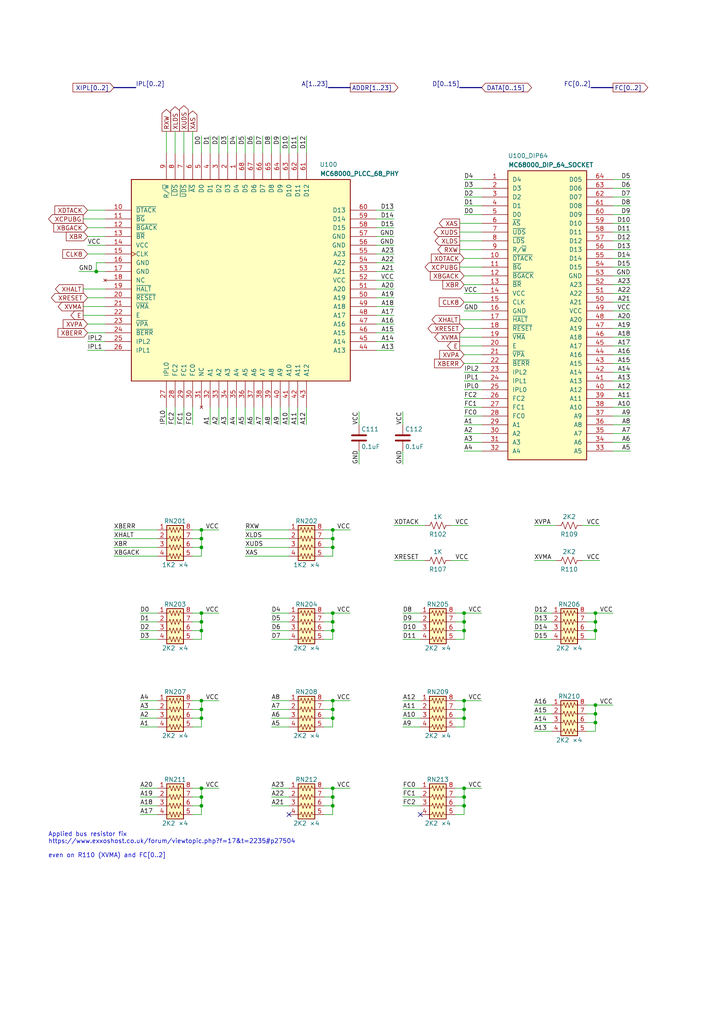
<source format=kicad_sch>
(kicad_sch (version 20211123) (generator eeschema)
  (paper "A4" portrait)
  (title_block (title "ReSTe mignon") (date "2022-07-13") (rev "mk0-0.1") (company "David SPORN") (comment 2 "original repository : https://github.com/sporniket/reste-mignon") (comment 4 "A remake of the Atari STe with some fixes applied and a target size of 25×18cm (B5)"))
  (lib_symbols
    (symbol "Device:C" (pin_numbers hide) (pin_names (offset 0.254))
      (property "Reference" "C" (at 0.635 2.54 0))
      (property "Value" "C" (at 0.635 -2.54 0))
      (symbol "C_0_1"
        (polyline (pts (xy -2.032 -0.762) (xy 2.032 -0.762)) (stroke (width 0.508)))
        (polyline (pts (xy -2.032 0.762) (xy 2.032 0.762)) (stroke (width 0.508)))
      )
      (symbol "C_1_1"
        (pin passive line (at 0 3.81 270) (length 2.794) (name "~") (number "1"))
        (pin passive line (at 0 -3.81 90) (length 2.794) (name "~") (number "2"))
      )
    )
    (symbol "Device:R_US" (pin_numbers hide) (pin_names (offset 0))
      (property "Reference" "R" (at 2.54 0 90))
      (property "Value" "R_US" (at -2.54 0 90))
      (symbol "R_US_0_1"
        (polyline (pts (xy 0 -2.286) (xy 0 -2.54)))
        (polyline (pts (xy 0 2.286) (xy 0 2.54)))
        (polyline (pts (xy 0 -0.762) (xy 1.016 -1.143) (xy 0 -1.524) (xy -1.016 -1.905) (xy 0 -2.286)))
        (polyline (pts (xy 0 0.762) (xy 1.016 0.381) (xy 0 0) (xy -1.016 -0.381) (xy 0 -0.762)))
        (polyline (pts (xy 0 2.286) (xy 1.016 1.905) (xy 0 1.524) (xy -1.016 1.143) (xy 0 0.762)))
      )
      (symbol "R_US_1_1"
        (pin passive line (at 0 3.81 270) (length 1.27) (name "~") (number "1"))
        (pin passive line (at 0 -3.81 90) (length 1.27) (name "~") (number "2"))
      )
    )
    (symbol "custom_passives:R_Pack04_US" (pin_names (offset 0) hide)
      (property "Reference" "RN" (at -7.62 0 90))
      (property "Value" "R_Pack04_US" (at 5.08 0 90))
      (symbol "R_Pack04_US_0_1"
        (rectangle (start -6.35 -2.413) (end 3.81 2.413) (stroke (width 0.254)) (fill (type background)))
        (polyline (pts (xy -5.08 -2.54) (xy -5.08 -1.905)))
        (polyline (pts (xy -5.08 1.905) (xy -5.08 2.54)))
        (polyline (pts (xy -2.54 -2.54) (xy -2.54 -1.905)))
        (polyline (pts (xy -2.54 1.905) (xy -2.54 2.54)))
        (polyline (pts (xy 0 -2.54) (xy 0 -1.905)))
        (polyline (pts (xy 0 1.905) (xy 0 2.54)))
        (polyline (pts (xy 2.54 -2.54) (xy 2.54 -1.905)))
        (polyline (pts (xy 2.54 1.905) (xy 2.54 2.54)))
        (polyline (pts (xy -5.08 -1.778) (xy -5.842 -1.524) (xy -4.318 -1.016) (xy -5.842 -0.508) (xy -4.318 0) (xy -5.842 0.508) (xy -4.318 1.016) (xy -5.842 1.524) (xy -5.08 1.778)))
        (polyline (pts (xy -2.54 -1.778) (xy -3.302 -1.524) (xy -1.778 -1.016) (xy -3.302 -0.508) (xy -1.778 0) (xy -3.302 0.508) (xy -1.778 1.016) (xy -3.302 1.524) (xy -2.54 1.778)))
      )
      (symbol "R_Pack04_US_1_1"
        (polyline (pts (xy 0 -1.778) (xy -0.762 -1.524) (xy 0.762 -1.016) (xy -0.762 -0.508) (xy 0.762 0) (xy -0.762 0.508) (xy 0.762 1.016) (xy -0.762 1.524) (xy 0 1.778)))
        (polyline (pts (xy 2.54 -1.778) (xy 1.778 -1.524) (xy 3.302 -1.016) (xy 1.778 -0.508) (xy 3.302 0) (xy 1.778 0.508) (xy 3.302 1.016) (xy 1.778 1.524) (xy 2.54 1.778)))
        (pin passive line (at -5.08 -5.08 90) (length 2.54) (name "R1.1") (number "1"))
        (pin passive line (at -2.54 -5.08 90) (length 2.54) (name "R2.1") (number "2"))
        (pin passive line (at 0 -5.08 90) (length 2.54) (name "R3.1") (number "3"))
        (pin passive line (at 2.54 -5.08 90) (length 2.54) (name "R4.1") (number "4"))
        (pin passive line (at 2.54 5.08 270) (length 2.54) (name "R4.2") (number "5"))
        (pin passive line (at 0 5.08 270) (length 2.54) (name "R3.2") (number "6"))
        (pin passive line (at -2.54 5.08 270) (length 2.54) (name "R2.2") (number "7"))
        (pin passive line (at -5.08 5.08 270) (length 2.54) (name "R1.2") (number "8"))
      )
    )
    (symbol "mc_68000_dip64:MC68000_DIP_64_SOCKET" (pin_names (offset 1.27))
      (property "Reference" "U" (at -11.43 46.99 0))
      (property "Value" "MC68000_DIP_64_SOCKET" (at -11.43 44.45 0))
      (symbol "MC68000_DIP_64_SOCKET_0_0"
        (rectangle (start -11.43 41.91) (end 11.43 -41.91) (stroke (width 0.254)) (fill (type background)))
        (pin passive line (at -19.05 39.37 0) (length 7.62) (name "D4") (number "1"))
        (pin passive line (at -19.05 16.51 0) (length 7.62) (name "~{DTACK}") (number "10"))
        (pin passive line (at -19.05 13.97 0) (length 7.62) (name "~{BG}") (number "11"))
        (pin passive line (at -19.05 11.43 0) (length 7.62) (name "~{BGACK}") (number "12"))
        (pin passive line (at -19.05 8.89 0) (length 7.62) (name "~{BR}") (number "13"))
        (pin passive line (at -19.05 6.35 0) (length 7.62) (name "VCC") (number "14"))
        (pin passive line (at -19.05 3.81 0) (length 7.62) (name "CLK") (number "15"))
        (pin passive line (at -19.05 1.27 0) (length 7.62) (name "GND") (number "16"))
        (pin passive line (at -19.05 -1.27 0) (length 7.62) (name "~{HALT}") (number "17"))
        (pin passive line (at -19.05 -3.81 0) (length 7.62) (name "~{RESET}") (number "18"))
        (pin passive line (at -19.05 -6.35 0) (length 7.62) (name "~{VMA}") (number "19"))
        (pin passive line (at -19.05 36.83 0) (length 7.62) (name "D3") (number "2"))
        (pin passive line (at -19.05 -8.89 0) (length 7.62) (name "E") (number "20"))
        (pin passive line (at -19.05 -11.43 0) (length 7.62) (name "~{VPA}") (number "21"))
        (pin passive line (at -19.05 -13.97 0) (length 7.62) (name "~{BERR}") (number "22"))
        (pin passive line (at -19.05 -16.51 0) (length 7.62) (name "IPL2") (number "23"))
        (pin passive line (at -19.05 -19.05 0) (length 7.62) (name "IPL1") (number "24"))
        (pin passive line (at -19.05 -21.59 0) (length 7.62) (name "IPL0") (number "25"))
        (pin passive line (at -19.05 -24.13 0) (length 7.62) (name "FC2") (number "26"))
        (pin passive line (at -19.05 -26.67 0) (length 7.62) (name "FC1") (number "27"))
        (pin passive line (at -19.05 -29.21 0) (length 7.62) (name "FC0") (number "28"))
        (pin passive line (at -19.05 -31.75 0) (length 7.62) (name "A1") (number "29"))
        (pin passive line (at -19.05 34.29 0) (length 7.62) (name "D2") (number "3"))
        (pin passive line (at -19.05 -34.29 0) (length 7.62) (name "A2") (number "30"))
        (pin passive line (at -19.05 -36.83 0) (length 7.62) (name "A3") (number "31"))
        (pin passive line (at -19.05 -39.37 0) (length 7.62) (name "A4") (number "32"))
        (pin passive line (at 19.05 -39.37 180) (length 7.62) (name "A5") (number "33"))
        (pin passive line (at 19.05 -36.83 180) (length 7.62) (name "A6") (number "34"))
        (pin passive line (at 19.05 -34.29 180) (length 7.62) (name "A7") (number "35"))
        (pin passive line (at 19.05 -31.75 180) (length 7.62) (name "A8") (number "36"))
        (pin passive line (at 19.05 -29.21 180) (length 7.62) (name "A9") (number "37"))
        (pin passive line (at 19.05 -26.67 180) (length 7.62) (name "A10") (number "38"))
        (pin passive line (at 19.05 -24.13 180) (length 7.62) (name "A11") (number "39"))
        (pin passive line (at -19.05 31.75 0) (length 7.62) (name "D1") (number "4"))
        (pin passive line (at 19.05 -21.59 180) (length 7.62) (name "A12") (number "40"))
        (pin passive line (at 19.05 -19.05 180) (length 7.62) (name "A13") (number "41"))
        (pin passive line (at 19.05 -16.51 180) (length 7.62) (name "A14") (number "42"))
        (pin passive line (at 19.05 -13.97 180) (length 7.62) (name "A15") (number "43"))
        (pin passive line (at 19.05 -11.43 180) (length 7.62) (name "A16") (number "44"))
        (pin passive line (at 19.05 -8.89 180) (length 7.62) (name "A17") (number "45"))
        (pin passive line (at 19.05 -6.35 180) (length 7.62) (name "A18") (number "46"))
        (pin passive line (at 19.05 -3.81 180) (length 7.62) (name "A19") (number "47"))
        (pin passive line (at 19.05 -1.27 180) (length 7.62) (name "A20") (number "48"))
        (pin passive line (at 19.05 1.27 180) (length 7.62) (name "VCC") (number "49"))
        (pin passive line (at -19.05 29.21 0) (length 7.62) (name "D0") (number "5"))
        (pin passive line (at 19.05 3.81 180) (length 7.62) (name "A21") (number "50"))
        (pin passive line (at 19.05 6.35 180) (length 7.62) (name "A22") (number "51"))
        (pin passive line (at 19.05 8.89 180) (length 7.62) (name "A23") (number "52"))
        (pin passive line (at 19.05 11.43 180) (length 7.62) (name "GND") (number "53"))
        (pin passive line (at 19.05 13.97 180) (length 7.62) (name "D15") (number "54"))
        (pin passive line (at 19.05 16.51 180) (length 7.62) (name "D14") (number "55"))
        (pin passive line (at 19.05 19.05 180) (length 7.62) (name "D13") (number "56"))
        (pin passive line (at 19.05 21.59 180) (length 7.62) (name "D12") (number "57"))
        (pin passive line (at 19.05 24.13 180) (length 7.62) (name "D11") (number "58"))
        (pin passive line (at 19.05 26.67 180) (length 7.62) (name "D10") (number "59"))
        (pin passive line (at -19.05 26.67 0) (length 7.62) (name "~{AS}") (number "6"))
        (pin passive line (at 19.05 29.21 180) (length 7.62) (name "D09") (number "60"))
        (pin passive line (at 19.05 31.75 180) (length 7.62) (name "D08") (number "61"))
        (pin passive line (at 19.05 34.29 180) (length 7.62) (name "D07") (number "62"))
        (pin passive line (at 19.05 36.83 180) (length 7.62) (name "D06") (number "63"))
        (pin passive line (at 19.05 39.37 180) (length 7.62) (name "D05") (number "64"))
        (pin passive line (at -19.05 24.13 0) (length 7.62) (name "~{UDS}") (number "7"))
        (pin passive line (at -19.05 21.59 0) (length 7.62) (name "~{LDS}") (number "8"))
        (pin passive line (at -19.05 19.05 0) (length 7.62) (name "R/~{W}") (number "9"))
      )
    )
    (symbol "mc_68000_plcc68:MC68000_PLCC_68_PHY" (pin_names (offset 1.27))
      (property "Reference" "U" (at 22.86 34.29 0))
      (property "Value" "MC68000_PLCC_68_PHY" (at 22.86 31.75 0))
      (symbol "MC68000_PLCC_68_PHY_0_0"
        (rectangle (start -31.75 29.21) (end 31.75 -29.21) (stroke (width 0.254)) (fill (type background)))
        (pin bidirectional line (at -1.27 36.83 270) (length 7.62) (name "D4") (number "1"))
        (pin input line (at -39.37 20.32 0) (length 7.62) (name "~{DTACK}") (number "10"))
        (pin output line (at -39.37 17.78 0) (length 7.62) (name "~{BG}") (number "11"))
        (pin input line (at -39.37 15.24 0) (length 7.62) (name "~{BGACK}") (number "12"))
        (pin input line (at -39.37 12.7 0) (length 7.62) (name "~{BR}") (number "13"))
        (pin power_in line (at -39.37 10.16 0) (length 7.62) (name "VCC") (number "14"))
        (pin input clock (at -39.37 7.62 0) (length 7.62) (name "CLK") (number "15"))
        (pin power_in line (at -39.37 5.08 0) (length 7.62) (name "GND") (number "16"))
        (pin power_in line (at -39.37 2.54 0) (length 7.62) (name "GND") (number "17"))
        (pin no_connect line (at -39.37 0 0) (length 7.62) (name "NC") (number "18"))
        (pin bidirectional line (at -39.37 -2.54 0) (length 7.62) (name "~{HALT}") (number "19"))
        (pin bidirectional line (at -3.81 36.83 270) (length 7.62) (name "D3") (number "2"))
        (pin bidirectional line (at -39.37 -5.08 0) (length 7.62) (name "~{RESET}") (number "20"))
        (pin output line (at -39.37 -7.62 0) (length 7.62) (name "~{VMA}") (number "21"))
        (pin output line (at -39.37 -10.16 0) (length 7.62) (name "E") (number "22"))
        (pin input line (at -39.37 -12.7 0) (length 7.62) (name "~{VPA}") (number "23"))
        (pin input line (at -39.37 -15.24 0) (length 7.62) (name "~{BERR}") (number "24"))
        (pin input line (at -39.37 -17.78 0) (length 7.62) (name "IPL2") (number "25"))
        (pin input line (at -39.37 -20.32 0) (length 7.62) (name "IPL1") (number "26"))
        (pin input line (at -21.59 -36.83 90) (length 7.62) (name "IPL0") (number "27"))
        (pin tri_state line (at -19.05 -36.83 90) (length 7.62) (name "FC2") (number "28"))
        (pin tri_state line (at -16.51 -36.83 90) (length 7.62) (name "FC1") (number "29"))
        (pin bidirectional line (at -6.35 36.83 270) (length 7.62) (name "D2") (number "3"))
        (pin tri_state line (at -13.97 -36.83 90) (length 7.62) (name "FC0") (number "30"))
        (pin no_connect line (at -11.43 -36.83 90) (length 7.62) (name "NC") (number "31"))
        (pin output line (at -8.89 -36.83 90) (length 7.62) (name "A1") (number "32"))
        (pin output line (at -6.35 -36.83 90) (length 7.62) (name "A2") (number "33"))
        (pin output line (at -3.81 -36.83 90) (length 7.62) (name "A3") (number "34"))
        (pin output line (at -1.27 -36.83 90) (length 7.62) (name "A4") (number "35"))
        (pin output line (at 1.27 -36.83 90) (length 7.62) (name "A5") (number "36"))
        (pin output line (at 3.81 -36.83 90) (length 7.62) (name "A6") (number "37"))
        (pin output line (at 6.35 -36.83 90) (length 7.62) (name "A7") (number "38"))
        (pin output line (at 8.89 -36.83 90) (length 7.62) (name "A8") (number "39"))
        (pin bidirectional line (at -8.89 36.83 270) (length 7.62) (name "D1") (number "4"))
        (pin output line (at 11.43 -36.83 90) (length 7.62) (name "A9") (number "40"))
        (pin output line (at 13.97 -36.83 90) (length 7.62) (name "A10") (number "41"))
        (pin output line (at 16.51 -36.83 90) (length 7.62) (name "A11") (number "42"))
        (pin output line (at 19.05 -36.83 90) (length 7.62) (name "A12") (number "43"))
        (pin output line (at 39.37 -20.32 180) (length 7.62) (name "A13") (number "44"))
        (pin output line (at 39.37 -17.78 180) (length 7.62) (name "A14") (number "45"))
        (pin output line (at 39.37 -15.24 180) (length 7.62) (name "A15") (number "46"))
        (pin output line (at 39.37 -12.7 180) (length 7.62) (name "A16") (number "47"))
        (pin output line (at 39.37 -10.16 180) (length 7.62) (name "A17") (number "48"))
        (pin output line (at 39.37 -7.62 180) (length 7.62) (name "A18") (number "49"))
        (pin bidirectional line (at -11.43 36.83 270) (length 7.62) (name "D0") (number "5"))
        (pin output line (at 39.37 -5.08 180) (length 7.62) (name "A19") (number "50"))
        (pin output line (at 39.37 -2.54 180) (length 7.62) (name "A20") (number "51"))
        (pin power_in line (at 39.37 0 180) (length 7.62) (name "VCC") (number "52"))
        (pin output line (at 39.37 2.54 180) (length 7.62) (name "A21") (number "53"))
        (pin output line (at 39.37 5.08 180) (length 7.62) (name "A22") (number "54"))
        (pin output line (at 39.37 7.62 180) (length 7.62) (name "A23") (number "55"))
        (pin power_in line (at 39.37 10.16 180) (length 7.62) (name "GND") (number "56"))
        (pin power_in line (at 39.37 12.7 180) (length 7.62) (name "GND") (number "57"))
        (pin bidirectional line (at 39.37 15.24 180) (length 7.62) (name "D15") (number "58"))
        (pin bidirectional line (at 39.37 17.78 180) (length 7.62) (name "D14") (number "59"))
        (pin tri_state line (at -13.97 36.83 270) (length 7.62) (name "~{AS}") (number "6"))
        (pin bidirectional line (at 39.37 20.32 180) (length 7.62) (name "D13") (number "60"))
        (pin bidirectional line (at 19.05 36.83 270) (length 7.62) (name "D12") (number "61"))
        (pin bidirectional line (at 16.51 36.83 270) (length 7.62) (name "D11") (number "62"))
        (pin bidirectional line (at 13.97 36.83 270) (length 7.62) (name "D10") (number "63"))
        (pin bidirectional line (at 11.43 36.83 270) (length 7.62) (name "D9") (number "64"))
        (pin bidirectional line (at 8.89 36.83 270) (length 7.62) (name "D8") (number "65"))
        (pin bidirectional line (at 6.35 36.83 270) (length 7.62) (name "D7") (number "66"))
        (pin bidirectional line (at 3.81 36.83 270) (length 7.62) (name "D6") (number "67"))
        (pin bidirectional line (at 1.27 36.83 270) (length 7.62) (name "D5") (number "68"))
        (pin tri_state line (at -16.51 36.83 270) (length 7.62) (name "~{UDS}") (number "7"))
        (pin tri_state line (at -19.05 36.83 270) (length 7.62) (name "~{LDS}") (number "8"))
        (pin tri_state line (at -21.59 36.83 270) (length 7.62) (name "R/~{W}") (number "9"))
      )
    )
  )
  (junction (at 58.42 153.67))
  (junction (at 134.62 228.6))
  (junction (at 58.42 208.28))
  (junction (at 172.72 209.55))
  (junction (at 96.52 180.34))
  (junction (at 134.62 180.34))
  (junction (at 96.52 233.68))
  (junction (at 58.42 180.34))
  (junction (at 172.72 207.01))
  (junction (at 58.42 231.14))
  (junction (at 58.42 182.88))
  (junction (at 58.42 156.21))
  (junction (at 134.62 205.74))
  (junction (at 96.52 208.28))
  (junction (at 96.52 156.21))
  (junction (at 96.52 182.88))
  (junction (at 96.52 177.8))
  (junction (at 58.42 158.75))
  (junction (at 96.52 203.2))
  (junction (at 172.72 177.8))
  (junction (at 58.42 205.74))
  (junction (at 134.62 182.88))
  (junction (at 172.72 182.88))
  (junction (at 58.42 203.2))
  (junction (at 134.62 203.2))
  (junction (at 134.62 233.68))
  (junction (at 134.62 177.8))
  (junction (at 96.52 231.14))
  (junction (at 27.94 78.74))
  (junction (at 96.52 205.74))
  (junction (at 58.42 228.6))
  (junction (at 96.52 153.67))
  (junction (at 172.72 180.34))
  (junction (at 134.62 231.14))
  (junction (at 96.52 158.75))
  (junction (at 96.52 228.6))
  (junction (at 172.72 204.47))
  (junction (at 58.42 177.8))
  (junction (at 58.42 233.68))
  (junction (at 134.62 208.28))
  (no_connect (at 83.82 236.22))
  (no_connect (at 121.92 236.22))
  (wire (pts (xy 55.88 158.75) (xy 58.42 158.75)))
  (wire (pts (xy 63.5 39.37) (xy 63.5 44.45)))
  (wire (pts (xy 93.98 182.88) (xy 96.52 182.88)))
  (wire (pts (xy 168.91 162.56) (xy 173.99 162.56)))
  (wire (pts (xy 109.22 101.6) (xy 114.3 101.6)))
  (wire (pts (xy 109.22 96.52) (xy 114.3 96.52)))
  (wire (pts (xy 123.19 162.56) (xy 114.3 162.56)))
  (wire (pts (xy 134.62 185.42) (xy 134.62 182.88)))
  (wire (pts (xy 76.2 39.37) (xy 76.2 44.45)))
  (wire (pts (xy 78.74 39.37) (xy 78.74 44.45)))
  (wire (pts (xy 30.48 66.04) (xy 25.4 66.04)))
  (wire (pts (xy 170.18 212.09) (xy 172.72 212.09)))
  (wire (pts (xy 55.88 118.11) (xy 55.88 123.19)))
  (wire (pts (xy 25.4 93.98) (xy 30.48 93.98)))
  (wire (pts (xy 58.42 161.29) (xy 58.42 158.75)))
  (wire (pts (xy 182.88 64.77) (xy 177.8 64.77)))
  (wire (pts (xy 78.74 177.8) (xy 83.82 177.8)))
  (wire (pts (xy 73.66 39.37) (xy 73.66 44.45)))
  (wire (pts (xy 182.88 52.07) (xy 177.8 52.07)))
  (wire (pts (xy 182.88 67.31) (xy 177.8 67.31)))
  (wire (pts (xy 172.72 180.34) (xy 172.72 177.8)))
  (wire (pts (xy 78.74 205.74) (xy 83.82 205.74)))
  (wire (pts (xy 58.42 233.68) (xy 58.42 231.14)))
  (wire (pts (xy 55.88 182.88) (xy 58.42 182.88)))
  (wire (pts (xy 116.84 205.74) (xy 121.92 205.74)))
  (wire (pts (xy 40.64 208.28) (xy 45.72 208.28)))
  (wire (pts (xy 134.62 182.88) (xy 134.62 180.34)))
  (wire (pts (xy 48.26 118.11) (xy 48.26 123.19)))
  (wire (pts (xy 86.36 118.11) (xy 86.36 123.19)))
  (wire (pts (xy 139.7 123.19) (xy 134.62 123.19)))
  (wire (pts (xy 55.88 236.22) (xy 58.42 236.22)))
  (wire (pts (xy 40.64 185.42) (xy 45.72 185.42)))
  (wire (pts (xy 116.84 203.2) (xy 121.92 203.2)))
  (wire (pts (xy 154.94 152.4) (xy 161.29 152.4)))
  (wire (pts (xy 40.64 205.74) (xy 45.72 205.74)))
  (wire (pts (xy 177.8 110.49) (xy 182.88 110.49)))
  (wire (pts (xy 63.5 118.11) (xy 63.5 123.19)))
  (wire (pts (xy 71.12 156.21) (xy 83.82 156.21)))
  (wire (pts (xy 134.62 62.23) (xy 139.7 62.23)))
  (wire (pts (xy 55.88 228.6) (xy 58.42 228.6)))
  (wire (pts (xy 177.8 107.95) (xy 182.88 107.95)))
  (wire (pts (xy 177.8 115.57) (xy 182.88 115.57)))
  (wire (pts (xy 81.28 39.37) (xy 81.28 44.45)))
  (wire (pts (xy 96.52 205.74) (xy 96.52 203.2)))
  (wire (pts (xy 93.98 158.75) (xy 96.52 158.75)))
  (wire (pts (xy 139.7 120.65) (xy 134.62 120.65)))
  (wire (pts (xy 96.52 177.8) (xy 101.6 177.8)))
  (wire (pts (xy 182.88 62.23) (xy 177.8 62.23)))
  (wire (pts (xy 78.74 228.6) (xy 83.82 228.6)))
  (wire (pts (xy 93.98 153.67) (xy 96.52 153.67)))
  (wire (pts (xy 116.84 180.34) (xy 121.92 180.34)))
  (wire (pts (xy 134.62 233.68) (xy 134.62 231.14)))
  (wire (pts (xy 170.18 177.8) (xy 172.72 177.8)))
  (wire (pts (xy 58.42 231.14) (xy 58.42 228.6)))
  (wire (pts (xy 93.98 233.68) (xy 96.52 233.68)))
  (wire (pts (xy 93.98 205.74) (xy 96.52 205.74)))
  (wire (pts (xy 27.94 78.74) (xy 30.48 78.74)))
  (wire (pts (xy 78.74 182.88) (xy 83.82 182.88)))
  (wire (pts (xy 116.84 177.8) (xy 121.92 177.8)))
  (wire (pts (xy 93.98 231.14) (xy 96.52 231.14)))
  (wire (pts (xy 170.18 185.42) (xy 172.72 185.42)))
  (wire (pts (xy 177.8 92.71) (xy 182.88 92.71)))
  (wire (pts (xy 33.02 153.67) (xy 45.72 153.67)))
  (wire (pts (xy 40.64 228.6) (xy 45.72 228.6)))
  (wire (pts (xy 109.22 68.58) (xy 114.3 68.58)))
  (wire (pts (xy 134.62 180.34) (xy 134.62 177.8)))
  (wire (pts (xy 33.02 158.75) (xy 45.72 158.75)))
  (wire (pts (xy 60.96 118.11) (xy 60.96 123.19)))
  (wire (pts (xy 154.94 180.34) (xy 160.02 180.34)))
  (wire (pts (xy 116.84 208.28) (xy 121.92 208.28)))
  (bus (pts (xy 33.02 25.4) (xy 39.37 25.4)))
  (wire (pts (xy 134.62 102.87) (xy 139.7 102.87)))
  (wire (pts (xy 134.62 107.95) (xy 139.7 107.95)))
  (wire (pts (xy 132.08 233.68) (xy 134.62 233.68)))
  (wire (pts (xy 132.08 177.8) (xy 134.62 177.8)))
  (wire (pts (xy 93.98 156.21) (xy 96.52 156.21)))
  (wire (pts (xy 24.13 91.44) (xy 30.48 91.44)))
  (wire (pts (xy 93.98 208.28) (xy 96.52 208.28)))
  (wire (pts (xy 134.62 208.28) (xy 134.62 205.74)))
  (wire (pts (xy 30.48 60.96) (xy 25.4 60.96)))
  (wire (pts (xy 133.35 97.79) (xy 139.7 97.79)))
  (wire (pts (xy 71.12 158.75) (xy 83.82 158.75)))
  (wire (pts (xy 139.7 115.57) (xy 134.62 115.57)))
  (wire (pts (xy 116.84 134.62) (xy 116.84 130.81)))
  (wire (pts (xy 40.64 236.22) (xy 45.72 236.22)))
  (wire (pts (xy 55.88 161.29) (xy 58.42 161.29)))
  (wire (pts (xy 50.8 118.11) (xy 50.8 123.19)))
  (wire (pts (xy 96.52 208.28) (xy 96.52 205.74)))
  (wire (pts (xy 132.08 180.34) (xy 134.62 180.34)))
  (wire (pts (xy 172.72 185.42) (xy 172.72 182.88)))
  (wire (pts (xy 58.42 153.67) (xy 63.5 153.67)))
  (wire (pts (xy 33.02 156.21) (xy 45.72 156.21)))
  (wire (pts (xy 109.22 81.28) (xy 114.3 81.28)))
  (wire (pts (xy 96.52 233.68) (xy 96.52 231.14)))
  (wire (pts (xy 139.7 80.01) (xy 134.62 80.01)))
  (wire (pts (xy 40.64 233.68) (xy 45.72 233.68)))
  (wire (pts (xy 96.52 158.75) (xy 96.52 156.21)))
  (wire (pts (xy 109.22 73.66) (xy 114.3 73.66)))
  (wire (pts (xy 24.13 83.82) (xy 30.48 83.82)))
  (wire (pts (xy 109.22 86.36) (xy 114.3 86.36)))
  (wire (pts (xy 177.8 105.41) (xy 182.88 105.41)))
  (bus (pts (xy 95.25 25.4) (xy 101.6 25.4)))
  (wire (pts (xy 139.7 128.27) (xy 134.62 128.27)))
  (wire (pts (xy 78.74 203.2) (xy 83.82 203.2)))
  (wire (pts (xy 40.64 177.8) (xy 45.72 177.8)))
  (wire (pts (xy 55.88 203.2) (xy 58.42 203.2)))
  (wire (pts (xy 114.3 152.4) (xy 123.19 152.4)))
  (wire (pts (xy 134.62 110.49) (xy 139.7 110.49)))
  (wire (pts (xy 139.7 95.25) (xy 134.62 95.25)))
  (wire (pts (xy 134.62 54.61) (xy 139.7 54.61)))
  (wire (pts (xy 109.22 71.12) (xy 114.3 71.12)))
  (wire (pts (xy 132.08 210.82) (xy 134.62 210.82)))
  (wire (pts (xy 168.91 152.4) (xy 173.99 152.4)))
  (bus (pts (xy 133.35 25.4) (xy 139.7 25.4)))
  (wire (pts (xy 133.35 77.47) (xy 139.7 77.47)))
  (wire (pts (xy 73.66 118.11) (xy 73.66 123.19)))
  (wire (pts (xy 40.64 182.88) (xy 45.72 182.88)))
  (wire (pts (xy 132.08 231.14) (xy 134.62 231.14)))
  (wire (pts (xy 25.4 68.58) (xy 30.48 68.58)))
  (wire (pts (xy 132.08 182.88) (xy 134.62 182.88)))
  (wire (pts (xy 40.64 180.34) (xy 45.72 180.34)))
  (wire (pts (xy 53.34 118.11) (xy 53.34 123.19)))
  (wire (pts (xy 58.42 210.82) (xy 58.42 208.28)))
  (wire (pts (xy 134.62 205.74) (xy 134.62 203.2)))
  (wire (pts (xy 154.94 207.01) (xy 160.02 207.01)))
  (wire (pts (xy 88.9 39.37) (xy 88.9 44.45)))
  (wire (pts (xy 58.42 180.34) (xy 58.42 177.8)))
  (wire (pts (xy 133.35 100.33) (xy 139.7 100.33)))
  (wire (pts (xy 96.52 236.22) (xy 96.52 233.68)))
  (wire (pts (xy 83.82 39.37) (xy 83.82 44.45)))
  (wire (pts (xy 154.94 209.55) (xy 160.02 209.55)))
  (wire (pts (xy 177.8 118.11) (xy 182.88 118.11)))
  (wire (pts (xy 177.8 90.17) (xy 182.88 90.17)))
  (wire (pts (xy 58.42 208.28) (xy 58.42 205.74)))
  (wire (pts (xy 170.18 209.55) (xy 172.72 209.55)))
  (wire (pts (xy 55.88 231.14) (xy 58.42 231.14)))
  (wire (pts (xy 177.8 100.33) (xy 182.88 100.33)))
  (wire (pts (xy 93.98 161.29) (xy 96.52 161.29)))
  (wire (pts (xy 182.88 59.69) (xy 177.8 59.69)))
  (wire (pts (xy 55.88 156.21) (xy 58.42 156.21)))
  (wire (pts (xy 109.22 60.96) (xy 114.3 60.96)))
  (wire (pts (xy 170.18 204.47) (xy 172.72 204.47)))
  (wire (pts (xy 172.72 207.01) (xy 172.72 204.47)))
  (wire (pts (xy 33.02 161.29) (xy 45.72 161.29)))
  (wire (pts (xy 132.08 185.42) (xy 134.62 185.42)))
  (wire (pts (xy 109.22 99.06) (xy 114.3 99.06)))
  (wire (pts (xy 109.22 93.98) (xy 114.3 93.98)))
  (wire (pts (xy 71.12 153.67) (xy 83.82 153.67)))
  (wire (pts (xy 172.72 177.8) (xy 177.8 177.8)))
  (wire (pts (xy 177.8 130.81) (xy 182.88 130.81)))
  (wire (pts (xy 58.42 205.74) (xy 58.42 203.2)))
  (wire (pts (xy 132.08 205.74) (xy 134.62 205.74)))
  (wire (pts (xy 78.74 233.68) (xy 83.82 233.68)))
  (wire (pts (xy 68.58 118.11) (xy 68.58 123.19)))
  (wire (pts (xy 139.7 90.17) (xy 134.62 90.17)))
  (wire (pts (xy 58.42 39.37) (xy 58.42 44.45)))
  (wire (pts (xy 55.88 38.1) (xy 55.88 44.45)))
  (wire (pts (xy 132.08 236.22) (xy 134.62 236.22)))
  (wire (pts (xy 58.42 182.88) (xy 58.42 180.34)))
  (wire (pts (xy 55.88 210.82) (xy 58.42 210.82)))
  (wire (pts (xy 25.4 101.6) (xy 30.48 101.6)))
  (wire (pts (xy 93.98 185.42) (xy 96.52 185.42)))
  (wire (pts (xy 22.86 78.74) (xy 27.94 78.74)))
  (wire (pts (xy 76.2 118.11) (xy 76.2 123.19)))
  (wire (pts (xy 58.42 177.8) (xy 63.5 177.8)))
  (wire (pts (xy 177.8 120.65) (xy 182.88 120.65)))
  (wire (pts (xy 96.52 153.67) (xy 101.6 153.67)))
  (wire (pts (xy 109.22 83.82) (xy 114.3 83.82)))
  (wire (pts (xy 133.35 69.85) (xy 139.7 69.85)))
  (wire (pts (xy 55.88 177.8) (xy 58.42 177.8)))
  (wire (pts (xy 27.94 76.2) (xy 30.48 76.2)))
  (wire (pts (xy 133.35 92.71) (xy 139.7 92.71)))
  (wire (pts (xy 172.72 209.55) (xy 172.72 207.01)))
  (wire (pts (xy 133.35 67.31) (xy 139.7 67.31)))
  (wire (pts (xy 154.94 177.8) (xy 160.02 177.8)))
  (wire (pts (xy 78.74 118.11) (xy 78.74 123.19)))
  (wire (pts (xy 177.8 95.25) (xy 182.88 95.25)))
  (wire (pts (xy 58.42 156.21) (xy 58.42 153.67)))
  (wire (pts (xy 96.52 182.88) (xy 96.52 180.34)))
  (wire (pts (xy 109.22 88.9) (xy 114.3 88.9)))
  (wire (pts (xy 78.74 231.14) (xy 83.82 231.14)))
  (bus (pts (xy 171.45 25.4) (xy 177.8 25.4)))
  (wire (pts (xy 132.08 208.28) (xy 134.62 208.28)))
  (wire (pts (xy 55.88 180.34) (xy 58.42 180.34)))
  (wire (pts (xy 170.18 182.88) (xy 172.72 182.88)))
  (wire (pts (xy 139.7 130.81) (xy 134.62 130.81)))
  (wire (pts (xy 78.74 208.28) (xy 83.82 208.28)))
  (wire (pts (xy 96.52 156.21) (xy 96.52 153.67)))
  (wire (pts (xy 139.7 125.73) (xy 134.62 125.73)))
  (wire (pts (xy 116.84 233.68) (xy 121.92 233.68)))
  (wire (pts (xy 55.88 185.42) (xy 58.42 185.42)))
  (wire (pts (xy 116.84 228.6) (xy 121.92 228.6)))
  (wire (pts (xy 25.4 71.12) (xy 30.48 71.12)))
  (wire (pts (xy 55.88 208.28) (xy 58.42 208.28)))
  (wire (pts (xy 177.8 102.87) (xy 182.88 102.87)))
  (wire (pts (xy 116.84 185.42) (xy 121.92 185.42)))
  (wire (pts (xy 132.08 228.6) (xy 134.62 228.6)))
  (wire (pts (xy 134.62 105.41) (xy 139.7 105.41)))
  (wire (pts (xy 96.52 210.82) (xy 96.52 208.28)))
  (wire (pts (xy 177.8 97.79) (xy 182.88 97.79)))
  (wire (pts (xy 88.9 118.11) (xy 88.9 123.19)))
  (wire (pts (xy 132.08 203.2) (xy 134.62 203.2)))
  (wire (pts (xy 154.94 182.88) (xy 160.02 182.88)))
  (wire (pts (xy 177.8 123.19) (xy 182.88 123.19)))
  (wire (pts (xy 170.18 207.01) (xy 172.72 207.01)))
  (wire (pts (xy 55.88 233.68) (xy 58.42 233.68)))
  (wire (pts (xy 182.88 54.61) (xy 177.8 54.61)))
  (wire (pts (xy 93.98 236.22) (xy 96.52 236.22)))
  (wire (pts (xy 109.22 66.04) (xy 114.3 66.04)))
  (wire (pts (xy 130.81 152.4) (xy 135.89 152.4)))
  (wire (pts (xy 81.28 118.11) (xy 81.28 123.19)))
  (wire (pts (xy 177.8 82.55) (xy 182.88 82.55)))
  (wire (pts (xy 93.98 210.82) (xy 96.52 210.82)))
  (wire (pts (xy 96.52 161.29) (xy 96.52 158.75)))
  (wire (pts (xy 130.81 162.56) (xy 135.89 162.56)))
  (wire (pts (xy 53.34 38.1) (xy 53.34 44.45)))
  (wire (pts (xy 134.62 52.07) (xy 139.7 52.07)))
  (wire (pts (xy 27.94 78.74) (xy 27.94 76.2)))
  (wire (pts (xy 58.42 228.6) (xy 63.5 228.6)))
  (wire (pts (xy 134.62 177.8) (xy 139.7 177.8)))
  (wire (pts (xy 170.18 180.34) (xy 172.72 180.34)))
  (wire (pts (xy 116.84 119.38) (xy 116.84 123.19)))
  (wire (pts (xy 71.12 39.37) (xy 71.12 44.45)))
  (wire (pts (xy 78.74 180.34) (xy 83.82 180.34)))
  (wire (pts (xy 58.42 185.42) (xy 58.42 182.88)))
  (wire (pts (xy 177.8 74.93) (xy 182.88 74.93)))
  (wire (pts (xy 177.8 77.47) (xy 182.88 77.47)))
  (wire (pts (xy 96.52 231.14) (xy 96.52 228.6)))
  (wire (pts (xy 66.04 39.37) (xy 66.04 44.45)))
  (wire (pts (xy 71.12 118.11) (xy 71.12 123.19)))
  (wire (pts (xy 134.62 57.15) (xy 139.7 57.15)))
  (wire (pts (xy 78.74 210.82) (xy 83.82 210.82)))
  (wire (pts (xy 116.84 182.88) (xy 121.92 182.88)))
  (wire (pts (xy 25.4 73.66) (xy 30.48 73.66)))
  (wire (pts (xy 177.8 87.63) (xy 182.88 87.63)))
  (wire (pts (xy 50.8 38.1) (xy 50.8 44.45)))
  (wire (pts (xy 40.64 203.2) (xy 45.72 203.2)))
  (wire (pts (xy 24.13 88.9) (xy 30.48 88.9)))
  (wire (pts (xy 60.96 39.37) (xy 60.96 44.45)))
  (wire (pts (xy 68.58 39.37) (xy 68.58 44.45)))
  (wire (pts (xy 133.35 64.77) (xy 139.7 64.77)))
  (wire (pts (xy 66.04 118.11) (xy 66.04 123.19)))
  (wire (pts (xy 134.62 228.6) (xy 139.7 228.6)))
  (wire (pts (xy 25.4 99.06) (xy 30.48 99.06)))
  (wire (pts (xy 172.72 212.09) (xy 172.72 209.55)))
  (wire (pts (xy 182.88 57.15) (xy 177.8 57.15)))
  (wire (pts (xy 109.22 76.2) (xy 114.3 76.2)))
  (wire (pts (xy 71.12 161.29) (xy 83.82 161.29)))
  (wire (pts (xy 177.8 125.73) (xy 182.88 125.73)))
  (wire (pts (xy 93.98 180.34) (xy 96.52 180.34)))
  (wire (pts (xy 134.62 210.82) (xy 134.62 208.28)))
  (wire (pts (xy 139.7 118.11) (xy 134.62 118.11)))
  (wire (pts (xy 177.8 128.27) (xy 182.88 128.27)))
  (wire (pts (xy 109.22 78.74) (xy 114.3 78.74)))
  (wire (pts (xy 134.62 203.2) (xy 139.7 203.2)))
  (wire (pts (xy 172.72 182.88) (xy 172.72 180.34)))
  (wire (pts (xy 58.42 236.22) (xy 58.42 233.68)))
  (wire (pts (xy 109.22 91.44) (xy 114.3 91.44)))
  (wire (pts (xy 154.94 204.47) (xy 160.02 204.47)))
  (wire (pts (xy 154.94 162.56) (xy 161.29 162.56)))
  (wire (pts (xy 109.22 63.5) (xy 114.3 63.5)))
  (wire (pts (xy 172.72 204.47) (xy 177.8 204.47)))
  (wire (pts (xy 134.62 82.55) (xy 139.7 82.55)))
  (wire (pts (xy 104.14 130.81) (xy 104.14 134.62)))
  (wire (pts (xy 134.62 59.69) (xy 139.7 59.69)))
  (wire (pts (xy 40.64 210.82) (xy 45.72 210.82)))
  (wire (pts (xy 96.52 228.6) (xy 101.6 228.6)))
  (wire (pts (xy 177.8 80.01) (xy 182.88 80.01)))
  (wire (pts (xy 154.94 185.42) (xy 160.02 185.42)))
  (wire (pts (xy 116.84 210.82) (xy 121.92 210.82)))
  (wire (pts (xy 30.48 86.36) (xy 25.4 86.36)))
  (wire (pts (xy 55.88 205.74) (xy 58.42 205.74)))
  (wire (pts (xy 93.98 228.6) (xy 96.52 228.6)))
  (wire (pts (xy 182.88 69.85) (xy 177.8 69.85)))
  (wire (pts (xy 177.8 113.03) (xy 182.88 113.03)))
  (wire (pts (xy 96.52 180.34) (xy 96.52 177.8)))
  (wire (pts (xy 177.8 85.09) (xy 182.88 85.09)))
  (wire (pts (xy 86.36 39.37) (xy 86.36 44.45)))
  (wire (pts (xy 133.35 72.39) (xy 139.7 72.39)))
  (wire (pts (xy 96.52 185.42) (xy 96.52 182.88)))
  (wire (pts (xy 55.88 153.67) (xy 58.42 153.67)))
  (wire (pts (xy 134.62 231.14) (xy 134.62 228.6)))
  (wire (pts (xy 48.26 38.1) (xy 48.26 44.45)))
  (wire (pts (xy 116.84 231.14) (xy 121.92 231.14)))
  (wire (pts (xy 104.14 119.38) (xy 104.14 123.19)))
  (wire (pts (xy 58.42 203.2) (xy 63.5 203.2)))
  (wire (pts (xy 58.42 158.75) (xy 58.42 156.21)))
  (wire (pts (xy 134.62 85.09) (xy 139.7 85.09)))
  (wire (pts (xy 25.4 96.52) (xy 30.48 96.52)))
  (wire (pts (xy 93.98 203.2) (xy 96.52 203.2)))
  (wire (pts (xy 154.94 212.09) (xy 160.02 212.09)))
  (wire (pts (xy 93.98 177.8) (xy 96.52 177.8)))
  (wire (pts (xy 177.8 72.39) (xy 182.88 72.39)))
  (wire (pts (xy 24.13 63.5) (xy 30.48 63.5)))
  (wire (pts (xy 134.62 236.22) (xy 134.62 233.68)))
  (wire (pts (xy 134.62 87.63) (xy 139.7 87.63)))
  (wire (pts (xy 78.74 185.42) (xy 83.82 185.42)))
  (wire (pts (xy 96.52 203.2) (xy 101.6 203.2)))
  (wire (pts (xy 40.64 231.14) (xy 45.72 231.14)))
  (wire (pts (xy 83.82 118.11) (xy 83.82 123.19)))
  (wire (pts (xy 139.7 113.03) (xy 134.62 113.03)))
  (wire (pts (xy 139.7 74.93) (xy 134.62 74.93)))
  (text "Applied bus resistor fix\nhttps://www.exxoshost.co.uk/forum/viewtopic.php?f=17&t=2235#p27504\n\neven on R110 (XVMA) and FC[0..2]" (at 13.97 248.92 0) (effects (font (size 1.27 1.27)) (justify left bottom)))
  (label "VCC" (at 114.3 81.28 180))
  (label "FC2" (at 50.8 123.19 90))
  (label "D12" (at 182.88 69.85 180))
  (label "VCC" (at 177.8 177.8 180))
  (label "A13" (at 154.94 212.09 0))
  (label "A14" (at 114.3 99.06 180))
  (label "A8" (at 182.88 123.19 180))
  (label "A12" (at 88.9 123.19 90))
  (label "D15" (at 154.94 185.42 0))
  (label "A10" (at 182.88 118.11 180))
  (label "A6" (at 73.66 123.19 90))
  (label "A2" (at 134.62 125.73 0))
  (label "A[1..23]" (at 95.25 25.4 180))
  (label "A3" (at 40.64 205.74 0))
  (label "A11" (at 116.84 205.74 0))
  (label "FC2" (at 116.84 233.68 0))
  (label "A19" (at 114.3 86.36 180))
  (label "VCC" (at 25.4 71.12 0))
  (label "A18" (at 182.88 97.79 180))
  (label "A4" (at 40.64 203.2 0))
  (label "VCC" (at 139.7 203.2 180))
  (label "A8" (at 78.74 203.2 0))
  (label "A5" (at 71.12 123.19 90))
  (label "D8" (at 182.88 59.69 180))
  (label "XDTACK" (at 114.3 152.4 0))
  (label "D11" (at 86.36 39.37 270))
  (label "D1" (at 40.64 180.34 0))
  (label "A20" (at 40.64 228.6 0))
  (label "A16" (at 182.88 102.87 180))
  (label "A17" (at 114.3 91.44 180))
  (label "A13" (at 114.3 101.6 180))
  (label "A23" (at 78.74 228.6 0))
  (label "FC[0..2]" (at 171.45 25.4 180))
  (label "A20" (at 114.3 83.82 180))
  (label "A14" (at 182.88 107.95 180))
  (label "A6" (at 182.88 128.27 180))
  (label "D6" (at 182.88 54.61 180))
  (label "A6" (at 78.74 208.28 0))
  (label "XRESET" (at 114.3 162.56 0))
  (label "D6" (at 78.74 182.88 0))
  (label "A21" (at 114.3 78.74 180))
  (label "A11" (at 86.36 123.19 90))
  (label "VCC" (at 104.14 119.38 270))
  (label "A10" (at 116.84 208.28 0))
  (label "GND" (at 182.88 80.01 180))
  (label "A16" (at 114.3 93.98 180))
  (label "GND" (at 22.86 78.74 0))
  (label "A9" (at 81.28 123.19 90))
  (label "A19" (at 182.88 95.25 180))
  (label "VCC" (at 101.6 153.67 180))
  (label "D13" (at 154.94 180.34 0))
  (label "D6" (at 73.66 39.37 270))
  (label "A22" (at 182.88 85.09 180))
  (label "D15" (at 182.88 77.47 180))
  (label "D4" (at 68.58 39.37 270))
  (label "D2" (at 40.64 182.88 0))
  (label "VCC" (at 135.89 152.4 180))
  (label "VCC" (at 101.6 177.8 180))
  (label "IPL[0..2]" (at 39.37 25.4 0))
  (label "XBGACK" (at 33.02 161.29 0))
  (label "D2" (at 63.5 39.37 270))
  (label "A15" (at 114.3 96.52 180))
  (label "VCC" (at 139.7 177.8 180))
  (label "GND" (at 116.84 134.62 90))
  (label "VCC" (at 63.5 228.6 180))
  (label "D9" (at 116.84 180.34 0))
  (label "D0" (at 40.64 177.8 0))
  (label "D3" (at 40.64 185.42 0))
  (label "D0" (at 58.42 39.37 270))
  (label "A22" (at 114.3 76.2 180))
  (label "VCC" (at 63.5 177.8 180))
  (label "D5" (at 71.12 39.37 270))
  (label "A3" (at 134.62 128.27 0))
  (label "D7" (at 78.74 185.42 0))
  (label "VCC" (at 101.6 203.2 180))
  (label "D[0..15]" (at 133.35 25.4 180))
  (label "A7" (at 182.88 125.73 180))
  (label "A5" (at 78.74 210.82 0))
  (label "A13" (at 182.88 110.49 180))
  (label "A20" (at 182.88 92.71 180))
  (label "XHALT" (at 33.02 156.21 0))
  (label "XBR" (at 33.02 158.75 0))
  (label "VCC" (at 182.88 90.17 180))
  (label "GND" (at 104.14 134.62 90))
  (label "A4" (at 134.62 130.81 0))
  (label "D5" (at 182.88 52.07 180))
  (label "D11" (at 116.84 185.42 0))
  (label "D10" (at 116.84 182.88 0))
  (label "A23" (at 182.88 82.55 180))
  (label "D9" (at 182.88 62.23 180))
  (label "A7" (at 76.2 123.19 90))
  (label "D3" (at 66.04 39.37 270))
  (label "VCC" (at 63.5 203.2 180))
  (label "IPL2" (at 134.62 107.95 0))
  (label "FC2" (at 134.62 115.57 0))
  (label "A12" (at 116.84 203.2 0))
  (label "D15" (at 114.3 66.04 180))
  (label "A17" (at 182.88 100.33 180))
  (label "A19" (at 40.64 231.14 0))
  (label "D7" (at 76.2 39.37 270))
  (label "VCC" (at 63.5 153.67 180))
  (label "D7" (at 182.88 57.15 180))
  (label "IPL0" (at 134.62 113.03 0))
  (label "A15" (at 182.88 105.41 180))
  (label "A1" (at 60.96 123.19 90))
  (label "VCC" (at 173.99 152.4 180))
  (label "D14" (at 182.88 74.93 180))
  (label "A18" (at 40.64 233.68 0))
  (label "D11" (at 182.88 67.31 180))
  (label "FC0" (at 134.62 120.65 0))
  (label "IPL1" (at 25.4 101.6 0))
  (label "FC1" (at 134.62 118.11 0))
  (label "D4" (at 78.74 177.8 0))
  (label "XAS" (at 71.12 161.29 0))
  (label "A21" (at 78.74 233.68 0))
  (label "D10" (at 182.88 64.77 180))
  (label "VCC" (at 177.8 204.47 180))
  (label "D1" (at 60.96 39.37 270))
  (label "GND" (at 114.3 71.12 180))
  (label "D13" (at 114.3 60.96 180))
  (label "D8" (at 78.74 39.37 270))
  (label "IPL0" (at 48.26 123.19 90))
  (label "D5" (at 78.74 180.34 0))
  (label "A9" (at 116.84 210.82 0))
  (label "VCC" (at 135.89 162.56 180))
  (label "A23" (at 114.3 73.66 180))
  (label "GND" (at 134.62 90.17 0))
  (label "A17" (at 40.64 236.22 0))
  (label "A3" (at 66.04 123.19 90))
  (label "A9" (at 182.88 120.65 180))
  (label "D3" (at 134.62 54.61 0))
  (label "XBERR" (at 33.02 153.67 0))
  (label "D12" (at 154.94 177.8 0))
  (label "FC1" (at 53.34 123.19 90))
  (label "A8" (at 78.74 123.19 90))
  (label "D10" (at 83.82 39.37 270))
  (label "D0" (at 134.62 62.23 0))
  (label "RXW" (at 71.12 153.67 0))
  (label "D14" (at 154.94 182.88 0))
  (label "VCC" (at 134.62 85.09 0))
  (label "D13" (at 182.88 72.39 180))
  (label "FC0" (at 55.88 123.19 90))
  (label "A14" (at 154.94 209.55 0))
  (label "D8" (at 116.84 177.8 0))
  (label "VCC" (at 116.84 119.38 270))
  (label "A1" (at 134.62 123.19 0))
  (label "D12" (at 88.9 39.37 270))
  (label "A4" (at 68.58 123.19 90))
  (label "XVMA" (at 154.94 162.56 0))
  (label "A21" (at 182.88 87.63 180))
  (label "A12" (at 182.88 113.03 180))
  (label "A1" (at 40.64 210.82 0))
  (label "VCC" (at 101.6 228.6 180))
  (label "A16" (at 154.94 204.47 0))
  (label "A5" (at 182.88 130.81 180))
  (label "A7" (at 78.74 205.74 0))
  (label "D4" (at 134.62 52.07 0))
  (label "D1" (at 134.62 59.69 0))
  (label "XUDS" (at 71.12 158.75 0))
  (label "VCC" (at 139.7 228.6 180))
  (label "D14" (at 114.3 63.5 180))
  (label "FC1" (at 116.84 231.14 0))
  (label "VCC" (at 173.99 162.56 180))
  (label "D9" (at 81.28 39.37 270))
  (label "XVPA" (at 154.94 152.4 0))
  (label "IPL2" (at 25.4 99.06 0))
  (label "A2" (at 40.64 208.28 0))
  (label "A11" (at 182.88 115.57 180))
  (label "XLDS" (at 71.12 156.21 0))
  (label "A22" (at 78.74 231.14 0))
  (label "IPL1" (at 134.62 110.49 0))
  (label "A15" (at 154.94 207.01 0))
  (label "A2" (at 63.5 123.19 90))
  (label "FC0" (at 116.84 228.6 0))
  (label "GND" (at 114.3 68.58 180))
  (label "D2" (at 134.62 57.15 0))
  (label "A10" (at 83.82 123.19 90))
  (label "A18" (at 114.3 88.9 180))
  (global_label "XHALT" (shape output) (at 24.13 83.82 180) (property "Intersheet References" "${INTERSHEET_REFS}" (effects hide)))
  (global_label "XLDS" (shape output) (at 50.8 38.1 90) (property "Intersheet References" "${INTERSHEET_REFS}" (effects hide)))
  (global_label "E" (shape output) (at 24.13 91.44 180) (property "Intersheet References" "${INTERSHEET_REFS}" (effects hide)))
  (global_label "XCPUBG" (shape output) (at 24.13 63.5 180) (property "Intersheet References" "${INTERSHEET_REFS}" (effects hide)))
  (global_label "DATA[0..15]" (shape bidirectional) (at 139.7 25.4 0) (property "Intersheet References" "${INTERSHEET_REFS}" (effects hide)))
  (global_label "XAS" (shape output) (at 55.88 38.1 90) (property "Intersheet References" "${INTERSHEET_REFS}" (effects hide)))
  (global_label "XRESET" (shape bidirectional) (at 25.4 86.36 180) (property "Intersheet References" "${INTERSHEET_REFS}" (effects hide)))
  (global_label "XBGACK" (shape input) (at 25.4 66.04 180) (property "Intersheet References" "${INTERSHEET_REFS}" (effects hide)))
  (global_label "CLK8" (shape input) (at 25.4 73.66 180) (property "Intersheet References" "${INTERSHEET_REFS}" (effects hide)))
  (global_label "XAS" (shape output) (at 133.35 64.77 180) (property "Intersheet References" "${INTERSHEET_REFS}" (effects hide)))
  (global_label "XDTACK" (shape input) (at 25.4 60.96 180) (property "Intersheet References" "${INTERSHEET_REFS}" (effects hide)))
  (global_label "RXW" (shape output) (at 133.35 72.39 180) (property "Intersheet References" "${INTERSHEET_REFS}" (effects hide)))
  (global_label "ADDR[1..23]" (shape output) (at 101.6 25.4 0) (property "Intersheet References" "${INTERSHEET_REFS}" (effects hide)))
  (global_label "XUDS" (shape output) (at 53.34 38.1 90) (property "Intersheet References" "${INTERSHEET_REFS}" (effects hide)))
  (global_label "XDTACK" (shape input) (at 134.62 74.93 180) (property "Intersheet References" "${INTERSHEET_REFS}" (effects hide)))
  (global_label "XRESET" (shape bidirectional) (at 134.62 95.25 180) (property "Intersheet References" "${INTERSHEET_REFS}" (effects hide)))
  (global_label "XHALT" (shape output) (at 133.35 92.71 180) (property "Intersheet References" "${INTERSHEET_REFS}" (effects hide)))
  (global_label "XUDS" (shape output) (at 133.35 67.31 180) (property "Intersheet References" "${INTERSHEET_REFS}" (effects hide)))
  (global_label "XIPL[0..2]" (shape input) (at 33.02 25.4 180) (property "Intersheet References" "${INTERSHEET_REFS}" (effects hide)))
  (global_label "XVMA" (shape output) (at 24.13 88.9 180) (property "Intersheet References" "${INTERSHEET_REFS}" (effects hide)))
  (global_label "XBR" (shape input) (at 134.62 82.55 180) (property "Intersheet References" "${INTERSHEET_REFS}" (effects hide)))
  (global_label "E" (shape output) (at 133.35 100.33 180) (property "Intersheet References" "${INTERSHEET_REFS}" (effects hide)))
  (global_label "XBERR" (shape input) (at 25.4 96.52 180) (property "Intersheet References" "${INTERSHEET_REFS}" (effects hide)))
  (global_label "CLK8" (shape input) (at 134.62 87.63 180) (property "Intersheet References" "${INTERSHEET_REFS}" (effects hide)))
  (global_label "XVPA" (shape input) (at 25.4 93.98 180) (property "Intersheet References" "${INTERSHEET_REFS}" (effects hide)))
  (global_label "XBGACK" (shape input) (at 134.62 80.01 180) (property "Intersheet References" "${INTERSHEET_REFS}" (effects hide)))
  (global_label "XBR" (shape input) (at 25.4 68.58 180) (property "Intersheet References" "${INTERSHEET_REFS}" (effects hide)))
  (global_label "RXW" (shape output) (at 48.26 38.1 90) (property "Intersheet References" "${INTERSHEET_REFS}" (effects hide)))
  (global_label "XLDS" (shape output) (at 133.35 69.85 180) (property "Intersheet References" "${INTERSHEET_REFS}" (effects hide)))
  (global_label "XBERR" (shape input) (at 134.62 105.41 180) (property "Intersheet References" "${INTERSHEET_REFS}" (effects hide)))
  (global_label "XVMA" (shape output) (at 133.35 97.79 180) (property "Intersheet References" "${INTERSHEET_REFS}" (effects hide)))
  (global_label "XVPA" (shape input) (at 134.62 102.87 180) (property "Intersheet References" "${INTERSHEET_REFS}" (effects hide)))
  (global_label "XCPUBG" (shape output) (at 133.35 77.47 180) (property "Intersheet References" "${INTERSHEET_REFS}" (effects hide)))
  (global_label "FC[0..2]" (shape output) (at 177.8 25.4 0) (property "Intersheet References" "${INTERSHEET_REFS}" (effects hide)))
  (symbol (lib_id "mc_68000_plcc68:MC68000_PLCC_68_PHY") (at 69.85 81.28 0) (unit 1)
    (property "Reference" "U100" (at 92.71 46.99 0) (effects (justify left top)))
    (property "Value" "MC68000_PLCC_68_PHY" (at 92.71 49.53 0) (effects (font bold) (justify left top)))
    (property "Footprint" "Package_LCC:PLCC-68_THT-Socket" (effects hide))
    (property "Datasheet" "https://www.nxp.com/docs/en/reference-manual/MC68000UM.pdf" (effects hide))
  )
  (symbol (lib_id "Device:C") (at 104.14 127 0) (unit 1)
    (property "Reference" "C111" (at 104.775 124.46 0) (effects (justify left)))
    (property "Value" "0.1uF" (at 104.775 129.54 0) (effects (justify left)))
    (property "Footprint" "Capacitor_SMD:C_1206_3216Metric_Pad1.33x1.80mm_HandSolder" (effects hide))
  )
  (symbol (lib_id "Device:C") (at 116.84 127 0) (unit 1)
    (property "Reference" "C112" (at 117.475 124.46 0) (effects (justify left)))
    (property "Value" "0.1uF" (at 117.475 129.54 0) (effects (justify left)))
    (property "Footprint" "Capacitor_SMD:C_1206_3216Metric_Pad1.33x1.80mm_HandSolder" (effects hide))
  )
  (symbol (lib_id "Device:R_US") (at 127 152.4 270) (unit 1)
    (property "Reference" "R102" (at 127 154.94 90))
    (property "Value" "1K" (at 127 149.86 90))
    (property "Footprint" "Resistor_SMD:R_1206_3216Metric_Pad1.30x1.75mm_HandSolder" (effects hide))
  )
  (symbol (lib_id "Device:R_US") (at 127 162.56 270) (unit 1)
    (property "Reference" "R107" (at 127 165.1 90))
    (property "Value" "1K" (at 127 160.02 90))
    (property "Footprint" "Resistor_SMD:R_1206_3216Metric_Pad1.30x1.75mm_HandSolder" (effects hide))
  )
  (symbol (lib_id "Device:R_US") (at 165.1 152.4 270) (unit 1)
    (property "Reference" "R109" (at 165.1 154.94 90))
    (property "Value" "2K2" (at 165.1 149.86 90))
    (property "Footprint" "Resistor_SMD:R_1206_3216Metric_Pad1.30x1.75mm_HandSolder" (effects hide))
  )
  (symbol (lib_id "Device:R_US") (at 165.1 162.56 270) (unit 1)
    (property "Reference" "R110" (at 165.1 165.1 90))
    (property "Value" "2K2" (at 165.1 160.02 90))
    (property "Footprint" "Resistor_SMD:R_1206_3216Metric_Pad1.30x1.75mm_HandSolder" (effects hide))
  )
  (symbol (lib_id "mc_68000_dip64:MC68000_DIP_64_SOCKET") (at 158.75 91.44 0) (unit 1)
    (property "Reference" "U100_DIP64" (at 147.32 44.45 0) (effects (justify left top)))
    (property "Value" "MC68000_DIP_64_SOCKET" (at 147.32 46.99 0) (effects (font bold) (justify left top)))
    (property "Footprint" "Package_DIP:DIP-64_W22.86mm_Socket_LongPads" (effects hide))
    (property "Datasheet" "https://www.nxp.com/docs/en/reference-manual/MC68000UM.pdf" (effects hide))
  )
  (symbol (lib_id "custom_passives:R_Pack04_US") (at 50.8 158.75 270) (unit 1)
    (property "Reference" "RN201" (at 50.8 151.13 90))
    (property "Value" "1K2 ×4" (at 50.8 163.83 90))
    (property "Footprint" "Resistor_SMD:R_Array_Convex_4x0603" (effects hide))
  )
  (symbol (lib_id "custom_passives:R_Pack04_US") (at 50.8 182.88 270) (unit 1)
    (property "Reference" "RN203" (at 50.8 175.26 90))
    (property "Value" "2K2 ×4" (at 50.8 187.96 90))
    (property "Footprint" "Resistor_SMD:R_Array_Convex_4x0603" (effects hide))
  )
  (symbol (lib_id "custom_passives:R_Pack04_US") (at 88.9 158.75 270) (unit 1)
    (property "Reference" "RN202" (at 88.9 151.13 90))
    (property "Value" "1K2 ×4" (at 88.9 163.83 90))
    (property "Footprint" "Resistor_SMD:R_Array_Convex_4x0603" (effects hide))
  )
  (symbol (lib_id "custom_passives:R_Pack04_US") (at 88.9 182.88 270) (unit 1)
    (property "Reference" "RN204" (at 88.9 175.26 90))
    (property "Value" "2K2 ×4" (at 88.9 187.96 90))
    (property "Footprint" "Resistor_SMD:R_Array_Convex_4x0603" (effects hide))
  )
  (symbol (lib_id "custom_passives:R_Pack04_US") (at 127 182.88 270) (unit 1)
    (property "Reference" "RN205" (at 127 175.26 90))
    (property "Value" "2K2 ×4" (at 127 187.96 90))
    (property "Footprint" "Resistor_SMD:R_Array_Convex_4x0603" (effects hide))
  )
  (symbol (lib_id "custom_passives:R_Pack04_US") (at 165.1 182.88 270) (unit 1)
    (property "Reference" "RN206" (at 165.1 175.26 90))
    (property "Value" "2K2 ×4" (at 165.1 187.96 90))
    (property "Footprint" "Resistor_SMD:R_Array_Convex_4x0603" (effects hide))
  )
  (symbol (lib_id "custom_passives:R_Pack04_US") (at 50.8 208.28 270) (unit 1)
    (property "Reference" "RN207" (at 50.8 200.66 90))
    (property "Value" "2K2 ×4" (at 50.8 213.36 90))
    (property "Footprint" "Resistor_SMD:R_Array_Convex_4x0603" (effects hide))
  )
  (symbol (lib_id "custom_passives:R_Pack04_US") (at 88.9 208.28 270) (unit 1)
    (property "Reference" "RN208" (at 88.9 200.66 90))
    (property "Value" "2K2 ×4" (at 88.9 213.36 90))
    (property "Footprint" "Resistor_SMD:R_Array_Convex_4x0603" (effects hide))
  )
  (symbol (lib_id "custom_passives:R_Pack04_US") (at 127 208.28 270) (unit 1)
    (property "Reference" "RN209" (at 127 200.66 90))
    (property "Value" "2K2 ×4" (at 127 213.36 90))
    (property "Footprint" "Resistor_SMD:R_Array_Convex_4x0603" (effects hide))
  )
  (symbol (lib_id "custom_passives:R_Pack04_US") (at 165.1 209.55 270) (unit 1)
    (property "Reference" "RN210" (at 165.1 201.93 90))
    (property "Value" "2K2 ×4" (at 165.1 214.63 90))
    (property "Footprint" "Resistor_SMD:R_Array_Convex_4x0603" (effects hide))
  )
  (symbol (lib_id "custom_passives:R_Pack04_US") (at 50.8 233.68 270) (unit 1)
    (property "Reference" "RN211" (at 50.8 226.06 90))
    (property "Value" "2K2 ×4" (at 50.8 238.76 90))
    (property "Footprint" "Resistor_SMD:R_Array_Convex_4x0603" (effects hide))
  )
  (symbol (lib_id "custom_passives:R_Pack04_US") (at 88.9 233.68 270) (unit 1)
    (property "Reference" "RN212" (at 88.9 226.06 90))
    (property "Value" "2K2 ×4" (at 88.9 238.76 90))
    (property "Footprint" "Resistor_SMD:R_Array_Convex_4x0603" (effects hide))
  )
  (symbol (lib_id "custom_passives:R_Pack04_US") (at 127 233.68 270) (unit 1)
    (property "Reference" "RN213" (at 127 226.06 90))
    (property "Value" "2K2 ×4" (at 127 238.76 90))
    (property "Footprint" "Resistor_SMD:R_Array_Convex_4x0603" (effects hide))
  )
)
</source>
